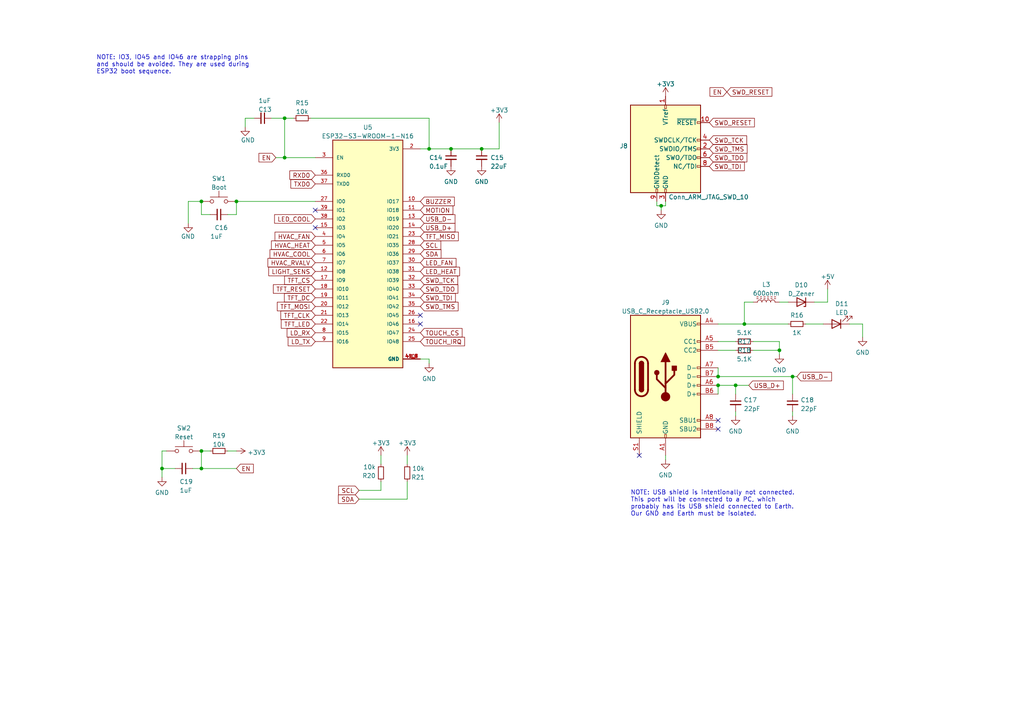
<source format=kicad_sch>
(kicad_sch (version 20211123) (generator eeschema)
  (paper "A4")
  (title_block (title "Smart Thermostat") (date "2023-06-22") (rev "0.5.1") (company "Steve Meisner") (comment 1 "steve@meisners.net") (comment 2 "(C) 2023 Steven Meisner "))
  (lib_symbols
    (symbol "+3V3_2" (power) (pin_names (offset 0))
      (property "Value" "+3V3_2" (at 0 3.556 0))
      (symbol "+3V3_2_0_1"
        (polyline (pts (xy -0.762 1.27) (xy 0 2.54)))
        (polyline (pts (xy 0 0) (xy 0 2.54)))
        (polyline (pts (xy 0 2.54) (xy 0.762 1.27)))
      )
      (symbol "+3V3_2_1_1"
        (pin power_in line (at 0 0 90) (length 0) hide (name "+3V3") (number "1"))
      )
    )
    (symbol "Connector:Conn_ARM_JTAG_SWD_10" (pin_names (offset 1.016))
      (property "Reference" "J" (at -2.54 16.51 0))
      (property "Value" "Conn_ARM_JTAG_SWD_10" (at -2.54 13.97 0))
      (symbol "Conn_ARM_JTAG_SWD_10_0_1"
        (rectangle (start -10.16 12.7) (end 10.16 -12.7) (stroke (width 0.254)) (fill (type background)))
        (rectangle (start -2.794 -12.7) (end -2.286 -11.684))
        (rectangle (start -0.254 -12.7) (end 0.254 -11.684))
        (rectangle (start -0.254 12.7) (end 0.254 11.684))
        (rectangle (start 9.144 2.286) (end 10.16 2.794))
        (rectangle (start 10.16 -2.794) (end 9.144 -2.286))
        (rectangle (start 10.16 -0.254) (end 9.144 0.254))
        (rectangle (start 10.16 7.874) (end 9.144 7.366))
      )
      (symbol "Conn_ARM_JTAG_SWD_10_1_1"
        (rectangle (start 9.144 -5.334) (end 10.16 -4.826))
        (pin power_in line (at 0 15.24 270) (length 2.54) (name "VTref") (number "1"))
        (pin open_collector line (at 12.7 7.62 180) (length 2.54) (name "~{RESET}") (number "10"))
        (pin bidirectional line (at 12.7 0 180) (length 2.54) (name "SWDIO/TMS") (number "2"))
        (pin power_in line (at 0 -15.24 90) (length 2.54) (name "GND") (number "3"))
        (pin output line (at 12.7 2.54 180) (length 2.54) (name "SWDCLK/TCK") (number "4"))
        (pin passive line (at 0 -15.24 90) (length 2.54) hide (name "GND") (number "5"))
        (pin input line (at 12.7 -2.54 180) (length 2.54) (name "SWO/TDO") (number "6"))
        (pin no_connect line (at -10.16 0 0) (length 2.54) hide (name "KEY") (number "7"))
        (pin output line (at 12.7 -5.08 180) (length 2.54) (name "NC/TDI") (number "8"))
        (pin passive line (at -2.54 -15.24 90) (length 2.54) (name "GNDDetect") (number "9"))
      )
    )
    (symbol "Connector:USB_C_Receptacle_USB2.0" (pin_names (offset 1.016))
      (property "Reference" "J" (at -10.16 19.05 0))
      (property "Value" "USB_C_Receptacle_USB2.0" (at 19.05 19.05 0))
      (symbol "USB_C_Receptacle_USB2.0_0_0"
        (rectangle (start -0.254 -17.78) (end 0.254 -16.764))
        (rectangle (start 10.16 -14.986) (end 9.144 -15.494))
        (rectangle (start 10.16 -12.446) (end 9.144 -12.954))
        (rectangle (start 10.16 -4.826) (end 9.144 -5.334))
        (rectangle (start 10.16 -2.286) (end 9.144 -2.794))
        (rectangle (start 10.16 0.254) (end 9.144 -0.254))
        (rectangle (start 10.16 2.794) (end 9.144 2.286))
        (rectangle (start 10.16 7.874) (end 9.144 7.366))
        (rectangle (start 10.16 10.414) (end 9.144 9.906))
        (rectangle (start 10.16 15.494) (end 9.144 14.986))
      )
      (symbol "USB_C_Receptacle_USB2.0_0_1"
        (rectangle (start -10.16 17.78) (end 10.16 -17.78) (stroke (width 0.254)) (fill (type background)))
        (arc (start -8.89 -3.81) (mid -6.985 -5.715) (end -5.08 -3.81) (stroke (width 0.508)))
        (arc (start -7.62 -3.81) (mid -6.985 -4.445) (end -6.35 -3.81) (stroke (width 0.254)))
        (arc (start -7.62 -3.81) (mid -6.985 -4.445) (end -6.35 -3.81) (stroke (width 0.254)) (fill (type outline)))
        (rectangle (start -7.62 -3.81) (end -6.35 3.81) (stroke (width 0.254)) (fill (type outline)))
        (arc (start -6.35 3.81) (mid -6.985 4.445) (end -7.62 3.81) (stroke (width 0.254)))
        (arc (start -6.35 3.81) (mid -6.985 4.445) (end -7.62 3.81) (stroke (width 0.254)) (fill (type outline)))
        (arc (start -5.08 3.81) (mid -6.985 5.715) (end -8.89 3.81) (stroke (width 0.508)))
        (circle (center -2.54 1.143) (radius 0.635) (stroke (width 0.254)) (fill (type outline)))
        (circle (center 0 -5.842) (radius 1.27) (fill (type outline)))
        (polyline (pts (xy -8.89 -3.81) (xy -8.89 3.81)) (stroke (width 0.508)))
        (polyline (pts (xy -5.08 3.81) (xy -5.08 -3.81)) (stroke (width 0.508)))
        (polyline (pts (xy 0 -5.842) (xy 0 4.318)) (stroke (width 0.508)))
        (polyline (pts (xy 0 -3.302) (xy -2.54 -0.762) (xy -2.54 0.508)) (stroke (width 0.508)))
        (polyline (pts (xy 0 -2.032) (xy 2.54 0.508) (xy 2.54 1.778)) (stroke (width 0.508)))
        (polyline (pts (xy -1.27 4.318) (xy 0 6.858) (xy 1.27 4.318) (xy -1.27 4.318)) (stroke (width 0.254)) (fill (type outline)))
        (rectangle (start 1.905 1.778) (end 3.175 3.048) (stroke (width 0.254)) (fill (type outline)))
      )
      (symbol "USB_C_Receptacle_USB2.0_1_1"
        (pin passive line (at 0 -22.86 90) (length 5.08) (name "GND") (number "A1"))
        (pin passive line (at 0 -22.86 90) (length 5.08) hide (name "GND") (number "A12"))
        (pin passive line (at 15.24 15.24 180) (length 5.08) (name "VBUS") (number "A4"))
        (pin bidirectional line (at 15.24 10.16 180) (length 5.08) (name "CC1") (number "A5"))
        (pin bidirectional line (at 15.24 -2.54 180) (length 5.08) (name "D+") (number "A6"))
        (pin bidirectional line (at 15.24 2.54 180) (length 5.08) (name "D-") (number "A7"))
        (pin bidirectional line (at 15.24 -12.7 180) (length 5.08) (name "SBU1") (number "A8"))
        (pin passive line (at 15.24 15.24 180) (length 5.08) hide (name "VBUS") (number "A9"))
        (pin passive line (at 0 -22.86 90) (length 5.08) hide (name "GND") (number "B1"))
        (pin passive line (at 0 -22.86 90) (length 5.08) hide (name "GND") (number "B12"))
        (pin passive line (at 15.24 15.24 180) (length 5.08) hide (name "VBUS") (number "B4"))
        (pin bidirectional line (at 15.24 7.62 180) (length 5.08) (name "CC2") (number "B5"))
        (pin bidirectional line (at 15.24 -5.08 180) (length 5.08) (name "D+") (number "B6"))
        (pin bidirectional line (at 15.24 0 180) (length 5.08) (name "D-") (number "B7"))
        (pin bidirectional line (at 15.24 -15.24 180) (length 5.08) (name "SBU2") (number "B8"))
        (pin passive line (at 15.24 15.24 180) (length 5.08) hide (name "VBUS") (number "B9"))
        (pin passive line (at -7.62 -22.86 90) (length 5.08) (name "SHIELD") (number "S1"))
      )
    )
    (symbol "Connector:USB_OTG" (pin_names (offset 1.016))
      (property "Reference" "J" (at -5.08 11.43 0))
      (property "Value" "USB_OTG" (at -5.08 8.89 0))
      (symbol "USB_OTG_0_1"
        (rectangle (start -5.08 -7.62) (end 5.08 7.62) (stroke (width 0.254)) (fill (type background)))
        (circle (center -3.81 2.159) (radius 0.635) (stroke (width 0.254)) (fill (type outline)))
        (circle (center -0.635 3.429) (radius 0.381) (stroke (width 0.254)) (fill (type outline)))
        (rectangle (start -0.127 -7.62) (end 0.127 -6.858))
        (polyline (pts (xy -1.905 2.159) (xy 0.635 2.159)) (stroke (width 0.254)))
        (polyline (pts (xy -3.175 2.159) (xy -2.54 2.159) (xy -1.27 3.429) (xy -0.635 3.429)) (stroke (width 0.254)))
        (polyline (pts (xy -2.54 2.159) (xy -1.905 2.159) (xy -1.27 0.889) (xy 0 0.889)) (stroke (width 0.254)))
        (polyline (pts (xy 0.635 2.794) (xy 0.635 1.524) (xy 1.905 2.159) (xy 0.635 2.794)) (stroke (width 0.254)) (fill (type outline)))
        (polyline (pts (xy -4.318 5.588) (xy -1.778 5.588) (xy -2.032 4.826) (xy -4.064 4.826) (xy -4.318 5.588)) (fill (type outline)))
        (polyline (pts (xy -4.699 5.842) (xy -4.699 5.588) (xy -4.445 4.826) (xy -4.445 4.572) (xy -1.651 4.572) (xy -1.651 4.826) (xy -1.397 5.588) (xy -1.397 5.842) (xy -4.699 5.842)))
        (rectangle (start 0.254 1.27) (end -0.508 0.508) (stroke (width 0.254)) (fill (type outline)))
        (rectangle (start 5.08 -5.207) (end 4.318 -4.953))
        (rectangle (start 5.08 -2.667) (end 4.318 -2.413))
        (rectangle (start 5.08 -0.127) (end 4.318 0.127))
        (rectangle (start 5.08 4.953) (end 4.318 5.207))
      )
      (symbol "USB_OTG_1_1"
        (pin passive line (at 7.62 5.08 180) (length 2.54) (name "VBUS") (number "1"))
        (pin bidirectional line (at 7.62 -2.54 180) (length 2.54) (name "D-") (number "2"))
        (pin bidirectional line (at 7.62 0 180) (length 2.54) (name "D+") (number "3"))
        (pin passive line (at 7.62 -5.08 180) (length 2.54) (name "ID") (number "4"))
        (pin passive line (at 0 -10.16 90) (length 2.54) (name "GND") (number "5"))
        (pin passive line (at -2.54 -10.16 90) (length 2.54) (name "Shield") (number "6"))
      )
    )
    (symbol "Custom Symbols:ESP32-S3-WROOM-1-N16R2" (pin_names (offset 1.016))
      (property "Reference" "U" (at -10.16 34.1122 0))
      (property "Value" "ESP32-S3-WROOM-1-N16R2" (at -10.16 -35.56 0))
      (symbol "ESP32-S3-WROOM-1-N16R2_0_0"
        (rectangle (start -10.16 -33.02) (end 10.16 33.02) (stroke (width 0.254)) (fill (type background)))
        (pin power_in line (at 15.24 -30.48 180) (length 5.08) (name "GND") (number "1"))
        (pin bidirectional line (at 15.24 15.24 180) (length 5.08) (name "IO17") (number "10"))
        (pin bidirectional line (at 15.24 12.7 180) (length 5.08) (name "IO18") (number "11"))
        (pin bidirectional line (at -15.24 -5.08 0) (length 5.08) (name "IO8") (number "12"))
        (pin bidirectional line (at 15.24 10.16 180) (length 5.08) (name "IO19") (number "13"))
        (pin bidirectional line (at 15.24 7.62 180) (length 5.08) (name "IO20") (number "14"))
        (pin bidirectional line (at -15.24 7.62 0) (length 5.08) (name "IO3") (number "15"))
        (pin bidirectional line (at 15.24 -20.32 180) (length 5.08) (name "IO46") (number "16"))
        (pin bidirectional line (at -15.24 -7.62 0) (length 5.08) (name "IO9") (number "17"))
        (pin bidirectional line (at -15.24 -10.16 0) (length 5.08) (name "IO10") (number "18"))
        (pin bidirectional line (at -15.24 -12.7 0) (length 5.08) (name "IO11") (number "19"))
        (pin power_in line (at 15.24 30.48 180) (length 5.08) (name "3V3") (number "2"))
        (pin bidirectional line (at -15.24 -15.24 0) (length 5.08) (name "IO12") (number "20"))
        (pin bidirectional line (at -15.24 -17.78 0) (length 5.08) (name "IO13") (number "21"))
        (pin bidirectional line (at -15.24 -20.32 0) (length 5.08) (name "IO14") (number "22"))
        (pin bidirectional line (at 15.24 5.08 180) (length 5.08) (name "IO21") (number "23"))
        (pin bidirectional line (at 15.24 -22.86 180) (length 5.08) (name "IO47") (number "24"))
        (pin bidirectional line (at 15.24 -25.4 180) (length 5.08) (name "IO48") (number "25"))
        (pin bidirectional line (at 15.24 -17.78 180) (length 5.08) (name "IO45") (number "26"))
        (pin bidirectional line (at -15.24 15.24 0) (length 5.08) (name "IO0") (number "27"))
        (pin bidirectional line (at 15.24 2.54 180) (length 5.08) (name "IO35") (number "28"))
        (pin bidirectional line (at 15.24 0 180) (length 5.08) (name "IO36") (number "29"))
        (pin input line (at -15.24 27.94 0) (length 5.08) (name "EN") (number "3"))
        (pin bidirectional line (at 15.24 -2.54 180) (length 5.08) (name "IO37") (number "30"))
        (pin bidirectional line (at 15.24 -5.08 180) (length 5.08) (name "IO38") (number "31"))
        (pin bidirectional line (at 15.24 -7.62 180) (length 5.08) (name "IO39") (number "32"))
        (pin bidirectional line (at 15.24 -10.16 180) (length 5.08) (name "IO40") (number "33"))
        (pin bidirectional line (at 15.24 -12.7 180) (length 5.08) (name "IO41") (number "34"))
        (pin bidirectional line (at 15.24 -15.24 180) (length 5.08) (name "IO42") (number "35"))
        (pin bidirectional line (at -15.24 22.86 0) (length 5.08) (name "RXD0") (number "36"))
        (pin bidirectional line (at -15.24 20.32 0) (length 5.08) (name "TXD0") (number "37"))
        (pin bidirectional line (at -15.24 10.16 0) (length 5.08) (name "IO2") (number "38"))
        (pin bidirectional line (at -15.24 12.7 0) (length 5.08) (name "IO1") (number "39"))
        (pin bidirectional line (at -15.24 5.08 0) (length 5.08) (name "IO4") (number "4"))
        (pin power_in line (at 15.24 -30.48 180) (length 5.08) (name "GND") (number "40"))
        (pin power_in line (at 15.24 -30.48 180) (length 5.08) (name "GND") (number "41_1"))
        (pin power_in line (at 15.24 -30.48 180) (length 5.08) (name "GND") (number "41_2"))
        (pin power_in line (at 15.24 -30.48 180) (length 5.08) (name "GND") (number "41_3"))
        (pin power_in line (at 15.24 -30.48 180) (length 5.08) (name "GND") (number "41_4"))
        (pin power_in line (at 15.24 -30.48 180) (length 5.08) (name "GND") (number "41_5"))
        (pin power_in line (at 15.24 -30.48 180) (length 5.08) (name "GND") (number "41_6"))
        (pin power_in line (at 15.24 -30.48 180) (length 5.08) (name "GND") (number "41_7"))
        (pin power_in line (at 15.24 -30.48 180) (length 5.08) (name "GND") (number "41_8"))
        (pin power_in line (at 15.24 -30.48 180) (length 5.08) (name "GND") (number "41_9"))
        (pin bidirectional line (at -15.24 2.54 0) (length 5.08) (name "IO5") (number "5"))
        (pin bidirectional line (at -15.24 0 0) (length 5.08) (name "IO6") (number "6"))
        (pin bidirectional line (at -15.24 -2.54 0) (length 5.08) (name "IO7") (number "7"))
        (pin bidirectional line (at -15.24 -22.86 0) (length 5.08) (name "IO15") (number "8"))
        (pin bidirectional line (at -15.24 -25.4 0) (length 5.08) (name "IO16") (number "9"))
      )
    )
    (symbol "Device:C_Small" (pin_numbers hide) (pin_names (offset 0.254) hide)
      (property "Reference" "C" (at 0.254 1.778 0))
      (property "Value" "C_Small" (at 0.254 -2.032 0))
      (symbol "C_Small_0_1"
        (polyline (pts (xy -1.524 -0.508) (xy 1.524 -0.508)) (stroke (width 0.3302)))
        (polyline (pts (xy -1.524 0.508) (xy 1.524 0.508)) (stroke (width 0.3048)))
      )
      (symbol "C_Small_1_1"
        (pin passive line (at 0 2.54 270) (length 2.032) (name "~") (number "1"))
        (pin passive line (at 0 -2.54 90) (length 2.032) (name "~") (number "2"))
      )
    )
    (symbol "Device:D_Zener" (pin_numbers hide) (pin_names (offset 1.016) hide)
      (property "Reference" "D" (at 0 2.54 0))
      (property "Value" "D_Zener" (at 0 -2.54 0))
      (symbol "D_Zener_0_1"
        (polyline (pts (xy 1.27 0) (xy -1.27 0)))
        (polyline (pts (xy -1.27 -1.27) (xy -1.27 1.27) (xy -0.762 1.27)) (stroke (width 0.254)))
        (polyline (pts (xy 1.27 -1.27) (xy 1.27 1.27) (xy -1.27 0) (xy 1.27 -1.27)) (stroke (width 0.254)))
      )
      (symbol "D_Zener_1_1"
        (pin passive line (at -3.81 0 0) (length 2.54) (name "K") (number "1"))
        (pin passive line (at 3.81 0 180) (length 2.54) (name "A") (number "2"))
      )
    )
    (symbol "Device:LED" (pin_numbers hide) (pin_names (offset 1.016) hide)
      (property "Reference" "D" (at 0 2.54 0))
      (property "Value" "LED" (at 0 -2.54 0))
      (symbol "LED_0_1"
        (polyline (pts (xy -1.27 -1.27) (xy -1.27 1.27)) (stroke (width 0.254)))
        (polyline (pts (xy -1.27 0) (xy 1.27 0)))
        (polyline (pts (xy 1.27 -1.27) (xy 1.27 1.27) (xy -1.27 0) (xy 1.27 -1.27)) (stroke (width 0.254)))
        (polyline (pts (xy -3.048 -0.762) (xy -4.572 -2.286) (xy -3.81 -2.286) (xy -4.572 -2.286) (xy -4.572 -1.524)))
        (polyline (pts (xy -1.778 -0.762) (xy -3.302 -2.286) (xy -2.54 -2.286) (xy -3.302 -2.286) (xy -3.302 -1.524)))
      )
      (symbol "LED_1_1"
        (pin passive line (at -3.81 0 0) (length 2.54) (name "K") (number "1"))
        (pin passive line (at 3.81 0 180) (length 2.54) (name "A") (number "2"))
      )
    )
    (symbol "Device:L_Ferrite" (pin_numbers hide) (pin_names (offset 1.016) hide)
      (property "Reference" "L" (at -1.27 0 90))
      (property "Value" "L_Ferrite" (at 2.794 0 90))
      (symbol "L_Ferrite_0_1"
        (arc (start 0 -2.54) (mid 0.635 -1.905) (end 0 -1.27))
        (arc (start 0 -1.27) (mid 0.635 -0.635) (end 0 0))
        (polyline (pts (xy 1.016 -2.794) (xy 1.016 -2.286)))
        (polyline (pts (xy 1.016 -1.778) (xy 1.016 -1.27)))
        (polyline (pts (xy 1.016 -0.762) (xy 1.016 -0.254)))
        (polyline (pts (xy 1.016 0.254) (xy 1.016 0.762)))
        (polyline (pts (xy 1.016 1.27) (xy 1.016 1.778)))
        (polyline (pts (xy 1.016 2.286) (xy 1.016 2.794)))
        (polyline (pts (xy 1.524 -2.286) (xy 1.524 -2.794)))
        (polyline (pts (xy 1.524 -1.27) (xy 1.524 -1.778)))
        (polyline (pts (xy 1.524 -0.254) (xy 1.524 -0.762)))
        (polyline (pts (xy 1.524 0.762) (xy 1.524 0.254)))
        (polyline (pts (xy 1.524 1.778) (xy 1.524 1.27)))
        (polyline (pts (xy 1.524 2.794) (xy 1.524 2.286)))
        (arc (start 0 0) (mid 0.635 0.635) (end 0 1.27))
        (arc (start 0 1.27) (mid 0.635 1.905) (end 0 2.54))
      )
      (symbol "L_Ferrite_1_1"
        (pin passive line (at 0 3.81 270) (length 1.27) (name "1") (number "1"))
        (pin passive line (at 0 -3.81 90) (length 1.27) (name "2") (number "2"))
      )
    )
    (symbol "Device:R_Small" (pin_numbers hide) (pin_names (offset 0.254) hide)
      (property "Reference" "R" (at 0.762 0.508 0))
      (property "Value" "R_Small" (at 0.762 -1.016 0))
      (symbol "R_Small_0_1"
        (rectangle (start -0.762 1.778) (end 0.762 -1.778) (stroke (width 0.2032)))
      )
      (symbol "R_Small_1_1"
        (pin passive line (at 0 2.54 270) (length 0.762) (name "~") (number "1"))
        (pin passive line (at 0 -2.54 90) (length 0.762) (name "~") (number "2"))
      )
    )
    (symbol "Switch:SW_Push" (pin_numbers hide) (pin_names (offset 1.016) hide)
      (property "Reference" "SW" (at 1.27 2.54 0))
      (property "Value" "SW_Push" (at 0 -1.524 0))
      (symbol "SW_Push_0_1"
        (circle (center -2.032 0) (radius 0.508))
        (polyline (pts (xy 0 1.27) (xy 0 3.048)))
        (polyline (pts (xy 2.54 1.27) (xy -2.54 1.27)))
        (circle (center 2.032 0) (radius 0.508))
        (pin passive line (at -5.08 0 0) (length 2.54) (name "1") (number "1"))
        (pin passive line (at 5.08 0 180) (length 2.54) (name "2") (number "2"))
      )
    )
    (symbol "power:+3V3" (power) (pin_names (offset 0))
      (property "Value" "+3V3" (at 0 3.556 0))
      (symbol "+3V3_0_1"
        (polyline (pts (xy -0.762 1.27) (xy 0 2.54)))
        (polyline (pts (xy 0 0) (xy 0 2.54)))
        (polyline (pts (xy 0 2.54) (xy 0.762 1.27)))
      )
      (symbol "+3V3_1_1"
        (pin power_in line (at 0 0 90) (length 0) hide (name "+3V3") (number "1"))
      )
    )
    (symbol "power:+5V" (power) (pin_names (offset 0))
      (property "Value" "+5V" (at 0 3.556 0))
      (symbol "+5V_0_1"
        (polyline (pts (xy -0.762 1.27) (xy 0 2.54)))
        (polyline (pts (xy 0 0) (xy 0 2.54)))
        (polyline (pts (xy 0 2.54) (xy 0.762 1.27)))
      )
      (symbol "+5V_1_1"
        (pin power_in line (at 0 0 90) (length 0) hide (name "+5V") (number "1"))
      )
    )
    (symbol "power:GND" (power) (pin_names (offset 0))
      (property "Value" "GND" (at 0 -3.81 0))
      (symbol "GND_0_1"
        (polyline (pts (xy 0 0) (xy 0 -1.27) (xy 1.27 -1.27) (xy 0 -2.54) (xy -1.27 -1.27) (xy 0 -1.27)))
      )
      (symbol "GND_1_1"
        (pin power_in line (at 0 0 270) (length 0) hide (name "GND") (number "1"))
      )
    )
  )
  (junction (at 82.55 34.29))
  (junction (at 208.28 111.76))
  (junction (at 215.9 93.98))
  (junction (at 46.99 135.89))
  (junction (at 130.81 43.18))
  (junction (at 226.06 101.6))
  (junction (at 124.46 43.18))
  (junction (at 349.25 19.05))
  (junction (at 58.42 130.81))
  (junction (at 229.87 109.22))
  (junction (at 82.55 45.72))
  (junction (at 58.42 135.89))
  (junction (at 213.36 111.76))
  (junction (at 58.42 58.42))
  (junction (at 330.2 21.59))
  (junction (at 68.58 58.42))
  (junction (at 323.85 13.97))
  (junction (at 208.28 109.22))
  (junction (at 139.7 43.18))
  (junction (at 191.77 59.69))
  (no_connect (at 208.28 121.92))
  (no_connect (at 121.92 93.98))
  (no_connect (at 320.04 24.13))
  (no_connect (at 91.44 66.04))
  (no_connect (at 91.44 60.96))
  (no_connect (at 309.88 29.21))
  (no_connect (at 208.28 124.46))
  (no_connect (at 185.42 132.08))
  (no_connect (at 121.92 91.44))
  (wire (pts (xy 347.98 7.62) (xy 347.98 3.81)))
  (wire (pts (xy 323.85 13.97) (xy 337.82 13.97)))
  (wire (pts (xy 215.9 87.63) (xy 215.9 93.98)))
  (wire (pts (xy 226.06 101.6) (xy 226.06 102.87)))
  (wire (pts (xy 190.5 59.69) (xy 191.77 59.69)))
  (wire (pts (xy 213.36 119.38) (xy 213.36 120.65)))
  (wire (pts (xy 349.25 19.05) (xy 350.52 19.05)))
  (wire (pts (xy 46.99 130.81) (xy 46.99 135.89)))
  (wire (pts (xy 215.9 93.98) (xy 228.6 93.98)))
  (wire (pts (xy 208.28 111.76) (xy 208.28 114.3)))
  (wire (pts (xy 215.9 87.63) (xy 218.44 87.63)))
  (wire (pts (xy 218.44 99.06) (xy 226.06 99.06)))
  (wire (pts (xy 342.9 13.97) (xy 347.98 13.97)))
  (wire (pts (xy 90.17 34.29) (xy 124.46 34.29)))
  (wire (pts (xy 233.68 93.98) (xy 238.76 93.98)))
  (wire (pts (xy 208.28 109.22) (xy 229.87 109.22)))
  (wire (pts (xy 312.42 29.21) (xy 312.42 30.48)))
  (wire (pts (xy 236.22 87.63) (xy 240.03 87.63)))
  (wire (pts (xy 355.6 13.97) (xy 365.76 13.97)))
  (wire (pts (xy 349.25 19.05) (xy 349.25 24.13)))
  (wire (pts (xy 246.38 93.98) (xy 250.19 93.98)))
  (wire (pts (xy 66.04 130.81) (xy 68.58 130.81)))
  (wire (pts (xy 191.77 59.69) (xy 193.04 59.69)))
  (wire (pts (xy 365.76 13.97) (xy 365.76 30.48)))
  (wire (pts (xy 110.49 132.08) (xy 110.49 134.62)))
  (wire (pts (xy 323.85 7.62) (xy 323.85 13.97)))
  (wire (pts (xy 208.28 101.6) (xy 213.36 101.6)))
  (wire (pts (xy 58.42 135.89) (xy 58.42 130.81)))
  (wire (pts (xy 78.74 34.29) (xy 82.55 34.29)))
  (wire (pts (xy 330.2 21.59) (xy 334.01 21.59)))
  (wire (pts (xy 91.44 45.72) (xy 82.55 45.72)))
  (wire (pts (xy 58.42 130.81) (xy 60.96 130.81)))
  (wire (pts (xy 320.04 13.97) (xy 323.85 13.97)))
  (wire (pts (xy 190.5 58.42) (xy 190.5 59.69)))
  (wire (pts (xy 208.28 111.76) (xy 213.36 111.76)))
  (wire (pts (xy 68.58 58.42) (xy 68.58 62.23)))
  (wire (pts (xy 323.85 7.62) (xy 326.39 7.62)))
  (wire (pts (xy 208.28 93.98) (xy 215.9 93.98)))
  (wire (pts (xy 193.04 59.69) (xy 193.04 58.42)))
  (wire (pts (xy 213.36 111.76) (xy 217.17 111.76)))
  (wire (pts (xy 344.17 7.62) (xy 347.98 7.62)))
  (wire (pts (xy 124.46 43.18) (xy 130.81 43.18)))
  (wire (pts (xy 191.77 59.69) (xy 191.77 60.96)))
  (wire (pts (xy 118.11 132.08) (xy 118.11 134.62)))
  (wire (pts (xy 48.26 130.81) (xy 46.99 130.81)))
  (wire (pts (xy 320.04 19.05) (xy 349.25 19.05)))
  (wire (pts (xy 110.49 142.24) (xy 104.14 142.24)))
  (wire (pts (xy 226.06 99.06) (xy 226.06 101.6)))
  (wire (pts (xy 213.36 111.76) (xy 213.36 114.3)))
  (wire (pts (xy 229.87 109.22) (xy 231.14 109.22)))
  (wire (pts (xy 68.58 62.23) (xy 66.04 62.23)))
  (wire (pts (xy 208.28 99.06) (xy 213.36 99.06)))
  (wire (pts (xy 226.06 87.63) (xy 228.6 87.63)))
  (wire (pts (xy 320.04 21.59) (xy 330.2 21.59)))
  (wire (pts (xy 240.03 87.63) (xy 240.03 83.82)))
  (wire (pts (xy 334.01 7.62) (xy 336.55 7.62)))
  (wire (pts (xy 118.11 144.78) (xy 104.14 144.78)))
  (wire (pts (xy 55.88 135.89) (xy 58.42 135.89)))
  (wire (pts (xy 58.42 62.23) (xy 58.42 58.42)))
  (wire (pts (xy 54.61 64.77) (xy 54.61 58.42)))
  (wire (pts (xy 124.46 34.29) (xy 124.46 43.18)))
  (wire (pts (xy 118.11 139.7) (xy 118.11 144.78)))
  (wire (pts (xy 82.55 34.29) (xy 82.55 45.72)))
  (wire (pts (xy 121.92 104.14) (xy 124.46 104.14)))
  (wire (pts (xy 330.2 21.59) (xy 330.2 24.13)))
  (wire (pts (xy 349.25 29.21) (xy 349.25 30.48)))
  (wire (pts (xy 124.46 43.18) (xy 121.92 43.18)))
  (wire (pts (xy 193.04 132.08) (xy 193.04 133.35)))
  (wire (pts (xy 124.46 104.14) (xy 124.46 105.41)))
  (wire (pts (xy 218.44 101.6) (xy 226.06 101.6)))
  (wire (pts (xy 130.81 43.18) (xy 139.7 43.18)))
  (wire (pts (xy 71.12 34.29) (xy 73.66 34.29)))
  (wire (pts (xy 46.99 138.43) (xy 46.99 135.89)))
  (wire (pts (xy 46.99 135.89) (xy 50.8 135.89)))
  (wire (pts (xy 68.58 58.42) (xy 91.44 58.42)))
  (wire (pts (xy 60.96 62.23) (xy 58.42 62.23)))
  (wire (pts (xy 71.12 36.83) (xy 71.12 34.29)))
  (wire (pts (xy 110.49 139.7) (xy 110.49 142.24)))
  (wire (pts (xy 229.87 109.22) (xy 229.87 114.3)))
  (wire (pts (xy 250.19 93.98) (xy 250.19 97.79)))
  (wire (pts (xy 54.61 58.42) (xy 58.42 58.42)))
  (wire (pts (xy 229.87 119.38) (xy 229.87 120.65)))
  (wire (pts (xy 144.78 35.56) (xy 144.78 43.18)))
  (wire (pts (xy 208.28 106.68) (xy 208.28 109.22)))
  (wire (pts (xy 80.01 45.72) (xy 82.55 45.72)))
  (wire (pts (xy 144.78 43.18) (xy 139.7 43.18)))
  (wire (pts (xy 58.42 135.89) (xy 68.58 135.89)))
  (wire (pts (xy 330.2 29.21) (xy 330.2 30.48)))
  (wire (pts (xy 85.09 34.29) (xy 82.55 34.29)))
  (text "NOTE: IO3, IO45 and IO46 are strapping pins\nand should be avoided. They are used during\nESP32 boot sequence." (at 27.94 21.59 0) (effects (font (size 1.27 1.27)) (justify left bottom)))
  (text "NOTE: USB shield is intentionally not connected.\nThis port will be connected to a PC, which\nprobably has its USB shield connected to Earth.\nOur GND and Earth must be isolated." (at 182.88 149.86 0) (effects (font (size 1.27 1.27)) (justify left bottom)))
  (global_label "SWD_RESET" (shape input) (at 210.82 26.67 0) (property "Intersheet References" "${INTERSHEET_REFS}" (effects hide)))
  (global_label "LD_RX" (shape input) (at 91.44 96.52 180) (property "Intersheet References" "${INTERSHEET_REFS}" (effects hide)))
  (global_label "SWD_TDO" (shape input) (at 121.92 83.82 0) (property "Intersheet References" "${INTERSHEET_REFS}" (effects hide)))
  (global_label "USB_D+" (shape input) (at 350.52 19.05 0) (property "Intersheet References" "${INTERSHEET_REFS}" (effects hide)))
  (global_label "SWD_TDI" (shape input) (at 205.74 48.26 0) (property "Intersheet References" "${INTERSHEET_REFS}" (effects hide)))
  (global_label "TFT_MOSI" (shape input) (at 91.44 88.9 180) (property "Intersheet References" "${INTERSHEET_REFS}" (effects hide)))
  (global_label "HVAC_HEAT" (shape input) (at 91.44 71.12 180) (property "Intersheet References" "${INTERSHEET_REFS}" (effects hide)))
  (global_label "EN" (shape input) (at 210.82 26.67 180) (property "Intersheet References" "${INTERSHEET_REFS}" (effects hide)))
  (global_label "LD_TX" (shape input) (at 91.44 99.06 180) (property "Intersheet References" "${INTERSHEET_REFS}" (effects hide)))
  (global_label "LED_COOL" (shape input) (at 91.44 63.5 180) (property "Intersheet References" "${INTERSHEET_REFS}" (effects hide)))
  (global_label "USB_D-" (shape input) (at 334.01 21.59 0) (property "Intersheet References" "${INTERSHEET_REFS}" (effects hide)))
  (global_label "SWD_RESET" (shape input) (at 205.74 35.56 0) (property "Intersheet References" "${INTERSHEET_REFS}" (effects hide)))
  (global_label "TXD0" (shape input) (at 91.44 53.34 180) (property "Intersheet References" "${INTERSHEET_REFS}" (effects hide)))
  (global_label "TFT_MISO" (shape input) (at 121.92 68.58 0) (property "Intersheet References" "${INTERSHEET_REFS}" (effects hide)))
  (global_label "TOUCH_IRQ" (shape input) (at 121.92 99.06 0) (property "Intersheet References" "${INTERSHEET_REFS}" (effects hide)))
  (global_label "HVAC_COOL" (shape input) (at 91.44 73.66 180) (property "Intersheet References" "${INTERSHEET_REFS}" (effects hide)))
  (global_label "SWD_TDO" (shape input) (at 205.74 45.72 0) (property "Intersheet References" "${INTERSHEET_REFS}" (effects hide)))
  (global_label "SCL" (shape input) (at 104.14 142.24 180) (property "Intersheet References" "${INTERSHEET_REFS}" (effects hide)))
  (global_label "TFT_LED" (shape input) (at 91.44 93.98 180) (property "Intersheet References" "${INTERSHEET_REFS}" (effects hide)))
  (global_label "LIGHT_SENS" (shape input) (at 91.44 78.74 180) (property "Intersheet References" "${INTERSHEET_REFS}" (effects hide)))
  (global_label "EN" (shape input) (at 68.58 135.89 0) (property "Intersheet References" "${INTERSHEET_REFS}" (effects hide)))
  (global_label "SWD_TCK" (shape input) (at 121.92 81.28 0) (property "Intersheet References" "${INTERSHEET_REFS}" (effects hide)))
  (global_label "RXD0" (shape input) (at 91.44 50.8 180) (property "Intersheet References" "${INTERSHEET_REFS}" (effects hide)))
  (global_label "HVAC_RVALV" (shape input) (at 91.44 76.2 180) (property "Intersheet References" "${INTERSHEET_REFS}" (effects hide)))
  (global_label "SDA" (shape input) (at 104.14 144.78 180) (property "Intersheet References" "${INTERSHEET_REFS}" (effects hide)))
  (global_label "TFT_CS" (shape input) (at 91.44 81.28 180) (property "Intersheet References" "${INTERSHEET_REFS}" (effects hide)))
  (global_label "LED_FAN" (shape input) (at 121.92 76.2 0) (property "Intersheet References" "${INTERSHEET_REFS}" (effects hide)))
  (global_label "TFT_CLK" (shape input) (at 91.44 91.44 180) (property "Intersheet References" "${INTERSHEET_REFS}" (effects hide)))
  (global_label "TFT_DC" (shape input) (at 91.44 86.36 180) (property "Intersheet References" "${INTERSHEET_REFS}" (effects hide)))
  (global_label "USB_D-" (shape input) (at 121.92 63.5 0) (property "Intersheet References" "${INTERSHEET_REFS}" (effects hide)))
  (global_label "LED_HEAT" (shape input) (at 121.92 78.74 0) (property "Intersheet References" "${INTERSHEET_REFS}" (effects hide)))
  (global_label "TOUCH_CS" (shape input) (at 121.92 96.52 0) (property "Intersheet References" "${INTERSHEET_REFS}" (effects hide)))
  (global_label "SWD_TDI" (shape input) (at 121.92 86.36 0) (property "Intersheet References" "${INTERSHEET_REFS}" (effects hide)))
  (global_label "USB_D+" (shape input) (at 217.17 111.76 0) (property "Intersheet References" "${INTERSHEET_REFS}" (effects hide)))
  (global_label "SWD_TCK" (shape input) (at 205.74 40.64 0) (property "Intersheet References" "${INTERSHEET_REFS}" (effects hide)))
  (global_label "SCL" (shape input) (at 121.92 71.12 0) (property "Intersheet References" "${INTERSHEET_REFS}" (effects hide)))
  (global_label "TFT_RESET" (shape input) (at 91.44 83.82 180) (property "Intersheet References" "${INTERSHEET_REFS}" (effects hide)))
  (global_label "MOTION" (shape input) (at 121.92 60.96 0) (property "Intersheet References" "${INTERSHEET_REFS}" (effects hide)))
  (global_label "SWD_TMS" (shape input) (at 205.74 43.18 0) (property "Intersheet References" "${INTERSHEET_REFS}" (effects hide)))
  (global_label "HVAC_FAN" (shape input) (at 91.44 68.58 180) (property "Intersheet References" "${INTERSHEET_REFS}" (effects hide)))
  (global_label "SWD_TMS" (shape input) (at 121.92 88.9 0) (property "Intersheet References" "${INTERSHEET_REFS}" (effects hide)))
  (global_label "USB_D-" (shape input) (at 231.14 109.22 0) (property "Intersheet References" "${INTERSHEET_REFS}" (effects hide)))
  (global_label "USB_D+" (shape input) (at 121.92 66.04 0) (property "Intersheet References" "${INTERSHEET_REFS}" (effects hide)))
  (global_label "SDA" (shape input) (at 121.92 73.66 0) (property "Intersheet References" "${INTERSHEET_REFS}" (effects hide)))
  (global_label "BUZZER" (shape input) (at 121.92 58.42 0) (property "Intersheet References" "${INTERSHEET_REFS}" (effects hide)))
  (global_label "EN" (shape input) (at 80.01 45.72 180) (property "Intersheet References" "${INTERSHEET_REFS}" (effects hide)))
  (symbol (lib_id "power:+3V3") (at 118.11 132.08 0) (unit 1)
    (property "Reference" "#PWR051" (effects hide))
    (property "Value" "+3V3" (at 118.11 128.5042 0))
  )
  (symbol (lib_id "Device:R_Small") (at 118.11 137.16 0) (unit 1)
    (property "Reference" "R21" (at 123.19 138.43 0) (effects (justify right)))
    (property "Value" "10k" (at 123.19 135.89 0) (effects (justify right)))
    (property "Footprint" "Resistor_SMD:R_0603_1608Metric" (effects hide))
    (property "LCSC" "C25804" (effects hide))
  )
  (symbol (lib_id "Device:D_Zener") (at 232.41 87.63 180) (unit 1)
    (property "Reference" "D10" (at 232.41 82.6602 0))
    (property "Value" "D_Zener" (at 232.41 85.1971 0))
    (property "Footprint" "Diode_SMD:D_SMA" (effects hide))
    (property "LCSC" "C2480" (effects hide))
  )
  (symbol (lib_id "power:GND") (at 213.36 120.65 0) (unit 1)
    (property "Reference" "#PWR047" (effects hide))
    (property "Value" "GND" (at 213.36 125.0934 0))
  )
  (symbol (lib_id "power:+3V3") (at 110.49 132.08 0) (unit 1)
    (property "Reference" "#PWR050" (effects hide))
    (property "Value" "+3V3" (at 110.49 128.5042 0))
  )
  (symbol (lib_id "Device:C_Small") (at 229.87 116.84 0) (unit 1)
    (property "Reference" "C18" (at 232.1941 116.0116 0) (effects (justify left)))
    (property "Value" "22pF" (at 232.1941 118.5485 0) (effects (justify left)))
    (property "Footprint" "Capacitor_SMD:C_0603_1608Metric" (effects hide))
    (property "LCSC" "C1653" (effects hide))
  )
  (symbol (lib_id "Device:C_Small") (at 76.2 34.29 270) (unit 1)
    (property "Reference" "C13" (at 74.93 31.75 90) (effects (justify left)))
    (property "Value" "1uF" (at 74.93 29.21 90) (effects (justify left)))
    (property "Footprint" "Capacitor_SMD:C_0603_1608Metric" (effects hide))
    (property "LCSC" "C5673" (effects hide))
  )
  (symbol (lib_id "Device:R_Small") (at 231.14 93.98 90) (unit 1)
    (property "Reference" "R16" (at 231.14 91.44 90))
    (property "Value" "1K" (at 231.14 96.52 90))
    (property "Footprint" "Resistor_SMD:R_0603_1608Metric" (effects hide))
    (property "LCSC" "C21190" (effects hide))
  )
  (symbol (lib_id "power:GND") (at 124.46 105.41 0) (unit 1)
    (property "Reference" "#PWR046" (effects hide))
    (property "Value" "GND" (at 124.46 109.8534 0))
  )
  (symbol (lib_id "Device:R_Small") (at 87.63 34.29 90) (unit 1)
    (property "Reference" "R15" (at 87.63 29.8536 90))
    (property "Value" "10k" (at 87.63 32.3905 90))
    (property "Footprint" "Resistor_SMD:R_0603_1608Metric" (effects hide))
    (property "LCSC" "C25804" (effects hide))
  )
  (symbol (lib_id "power:GND") (at 193.04 133.35 0) (unit 1)
    (property "Reference" "#PWR052" (effects hide))
    (property "Value" "GND" (at 193.04 137.7934 0))
  )
  (symbol (lib_id "Connector:USB_C_Receptacle_USB2.0") (at 193.04 109.22 0) (unit 1)
    (property "Reference" "J9" (at 193.04 87.7402 0))
    (property "Value" "USB_C_Receptacle_USB2.0" (at 193.04 90.2771 0))
    (property "Footprint" "Connector_USB:USB_C_Receptacle_G-Switch_GT-USB-7010ASV" (effects hide))
    (property "Datasheet" "https://www.usb.org/sites/default/files/documents/usb_type-c.zip" (effects hide))
    (property "LCSC" "C2988369" (effects hide))
  )
  (symbol (lib_id "Switch:SW_Push") (at 53.34 130.81 0) (unit 1)
    (property "Reference" "SW2" (at 53.34 124.1892 0))
    (property "Value" "Reset" (at 53.34 126.7261 0))
    (property "Footprint" "Button_Switch_SMD:SW_SPST_TL3305A" (effects hide))
    (property "LCSC" "C2886902" (effects hide))
  )
  (symbol (lib_id "Device:LED") (at 330.2 49.53 180) (unit 1) (in_bom no) (on_board no)
    (property "Reference" "D9" (at 331.7875 43.6712 0))
    (property "Value" "LED" (at 331.7875 46.2081 0))
    (property "Footprint" "LED_SMD:LED_0603_1608Metric" (effects hide))
    (property "LCSC" "C72044" (effects hide))
  )
  (symbol (lib_id "Device:LED") (at 351.79 13.97 180) (unit 1) (in_bom no) (on_board no)
    (property "Reference" "D8" (at 353.3775 8.1112 0))
    (property "Value" "LED" (at 353.3775 10.6481 0))
  )
  (symbol (lib_id "Device:LED") (at 242.57 93.98 180) (unit 1)
    (property "Reference" "D11" (at 244.1575 88.1212 0))
    (property "Value" "LED" (at 244.1575 90.6581 0))
    (property "Footprint" "LED_SMD:LED_0805_2012Metric" (effects hide))
    (property "LCSC" "C108412" (effects hide))
  )
  (symbol (lib_id "power:GND") (at 54.61 64.77 0) (unit 1)
    (property "Reference" "#PWR042" (effects hide))
    (property "Value" "GND" (at 52.47 68.58 0) (effects (justify left)))
  )
  (symbol (lib_id "power:+5V") (at 347.98 3.81 0) (unit 1)
    (property "Reference" "#PWR031" (effects hide))
    (property "Value" "+5V" (at 347.98 0.2342 0))
  )
  (symbol (lib_id "Device:C_Small") (at 349.25 26.67 0) (unit 1) (in_bom no) (on_board no)
    (property "Reference" "C12" (at 351.5741 25.8416 0) (effects (justify left)))
    (property "Value" "22pF" (at 351.5741 28.3785 0) (effects (justify left)))
  )
  (symbol (lib_id "Device:R_Small") (at 215.9 101.6 90) (unit 1)
    (property "Reference" "R18" (at 215.9 101.6 90))
    (property "Value" "5.1K" (at 215.9 104.14 90))
    (property "Footprint" "Resistor_SMD:R_0603_1608Metric" (effects hide))
    (property "LCSC" "C415076" (effects hide))
  )
  (symbol (lib_id "Device:C_Small") (at 130.81 45.72 0) (unit 1)
    (property "Reference" "C14" (at 124.46 45.72 0) (effects (justify left)))
    (property "Value" "0.1uF" (at 124.46 48.26 0) (effects (justify left)))
    (property "Footprint" "Capacitor_SMD:C_0603_1608Metric" (effects hide))
    (property "LCSC" "C14663" (effects hide))
  )
  (symbol (lib_id "power:GND") (at 191.77 60.96 0) (unit 1)
    (property "Reference" "#PWR041" (effects hide))
    (property "Value" "GND" (at 191.77 65.4034 0))
  )
  (symbol (lib_id "Connector:Conn_ARM_JTAG_SWD_10") (at 193.04 43.18 0) (unit 1)
    (property "Reference" "J8" (at 182.118 42.3453 0) (effects (justify right)))
    (property "Value" "Conn_ARM_JTAG_SWD_10" (at 217.17 57.15 0) (effects (justify right)))
    (property "Footprint" "Connector_PinHeader_1.27mm:PinHeader_2x05_P1.27mm_Vertical_SMD" (effects hide))
    (property "Datasheet" "http://infocenter.arm.com/help/topic/com.arm.doc.ddi0314h/DDI0314H_coresight_components_trm.pdf" (effects hide))
    (property "LCSC" "C2962219" (effects hide))
    (property "LCSC-2" "C2962222" (effects hide))
  )
  (symbol (lib_id "Device:L_Ferrite") (at 222.25 87.63 90) (unit 1)
    (property "Reference" "L3" (at 222.25 82.5332 90))
    (property "Value" "600ohm" (at 222.25 85.0701 90))
    (property "Footprint" "Inductor_SMD:L_1206_3216Metric" (effects hide))
    (property "LCSC" "C108305" (effects hide))
  )
  (symbol (lib_id "power:GND") (at 46.99 138.43 0) (unit 1)
    (property "Reference" "#PWR053" (effects hide))
    (property "Value" "GND" (at 46.99 142.8734 0))
  )
  (symbol (lib_id "Device:R_Small") (at 215.9 99.06 90) (unit 1)
    (property "Reference" "R17" (at 215.9 99.06 90))
    (property "Value" "5.1K" (at 215.9 96.52 90))
    (property "Footprint" "Resistor_SMD:R_0603_1608Metric" (effects hide))
    (property "LCSC" "C415076" (effects hide))
  )
  (symbol (lib_id "Device:C_Small") (at 53.34 135.89 270) (unit 1)
    (property "Reference" "C19" (at 52.07 139.7 90) (effects (justify left)))
    (property "Value" "1uF" (at 52.07 142.24 90) (effects (justify left)))
    (property "Footprint" "Capacitor_SMD:C_0603_1608Metric" (effects hide))
    (property "LCSC" "C5673" (effects hide))
  )
  (symbol (lib_id "power:GND") (at 130.81 48.26 0) (unit 1)
    (property "Reference" "#PWR039" (effects hide))
    (property "Value" "GND" (at 130.81 52.7034 0))
  )
  (symbol (lib_id "power:GND") (at 71.12 36.83 0) (unit 1)
    (property "Reference" "#PWR038" (effects hide))
    (property "Value" "GND" (at 69.85 40.64 0) (effects (justify left)))
  )
  (symbol (lib_id "power:GND") (at 312.42 30.48 0) (unit 1)
    (property "Reference" "#PWR033" (effects hide))
    (property "Value" "GND" (at 312.42 34.9234 0))
  )
  (symbol (lib_id "Device:R_Small") (at 63.5 130.81 90) (unit 1)
    (property "Reference" "R19" (at 63.5 126.3736 90))
    (property "Value" "10k" (at 63.5 128.9105 90))
    (property "Footprint" "Resistor_SMD:R_0603_1608Metric" (effects hide))
    (property "LCSC" "C25804" (effects hide))
  )
  (symbol (lib_id "Device:C_Small") (at 139.7 45.72 0) (unit 1)
    (property "Reference" "C15" (at 142.24 45.72 0) (effects (justify left)))
    (property "Value" "22uF" (at 142.24 48.26 0) (effects (justify left)))
    (property "Footprint" "Capacitor_SMD:C_0603_1608Metric" (effects hide))
    (property "LCSC" "C86295" (effects hide))
  )
  (symbol (lib_id "Device:C_Small") (at 330.2 26.67 0) (unit 1) (in_bom no) (on_board no)
    (property "Reference" "C11" (at 332.5241 25.8416 0) (effects (justify left)))
    (property "Value" "22pF" (at 332.5241 28.3785 0) (effects (justify left)))
  )
  (symbol (lib_id "Device:D_Zener") (at 340.36 7.62 180) (unit 1) (in_bom no) (on_board no)
    (property "Reference" "D7" (at 340.36 2.6502 0))
    (property "Value" "D_Zener" (at 340.36 5.1871 0))
  )
  (symbol (lib_id "power:+3V3") (at 193.04 27.94 0) (unit 1)
    (property "Reference" "#PWR032" (effects hide))
    (property "Value" "+3V3" (at 193.04 24.3642 0))
  )
  (symbol (lib_id "Device:C_Small") (at 213.36 116.84 0) (unit 1)
    (property "Reference" "C17" (at 215.6841 116.0116 0) (effects (justify left)))
    (property "Value" "22pF" (at 215.6841 118.5485 0) (effects (justify left)))
    (property "Footprint" "Capacitor_SMD:C_0603_1608Metric" (effects hide))
    (property "LCSC" "C1653" (effects hide))
  )
  (symbol (lib_id "power:GND") (at 365.76 30.48 0) (unit 1)
    (property "Reference" "#PWR036" (effects hide))
    (property "Value" "GND" (at 365.76 34.9234 0))
  )
  (symbol (lib_id "power:+5V") (at 240.03 83.82 0) (unit 1)
    (property "Reference" "#PWR043" (effects hide))
    (property "Value" "+5V" (at 240.03 80.2442 0))
  )
  (symbol (lib_id "Connector:USB_OTG") (at 312.42 19.05 0) (unit 1) (in_bom no) (on_board no)
    (property "Reference" "J7" (at 312.42 7.7302 0))
    (property "Value" "USB_OTG" (at 312.42 10.2671 0))
    (property "Datasheet" " ~" (effects hide))
  )
  (symbol (lib_id "power:GND") (at 330.2 30.48 0) (unit 1)
    (property "Reference" "#PWR034" (effects hide))
    (property "Value" "GND" (at 330.2 34.9234 0))
  )
  (symbol (lib_id "power:GND") (at 349.25 30.48 0) (unit 1)
    (property "Reference" "#PWR035" (effects hide))
    (property "Value" "GND" (at 349.25 34.9234 0))
  )
  (symbol (lib_id "Custom Symbols:ESP32-S3-WROOM-1-N16R2") (at 106.68 73.66 0) (unit 1)
    (property "Reference" "U5" (at 106.68 36.9402 0))
    (property "Value" "ESP32-S3-WROOM-1-N16" (at 106.68 39.4771 0))
    (property "Footprint" "XCVR_ESP32-S3-WROOM-1-N16R2" (effects hide))
    (property "PARTREV" "v1.0" (effects hide))
    (property "MANUFACTURER" "Espressif" (effects hide))
    (property "MAXIMUM_PACKAGE_HEIGHT" "3.25mm" (effects hide))
    (property "STANDARD" "Manufacturer Recommendations" (effects hide))
    (property "LCSC" "C2913199" (effects hide))
  )
  (symbol (lib_id "Device:C_Small") (at 63.5 62.23 270) (unit 1)
    (property "Reference" "C16" (at 62.23 66.04 90) (effects (justify left)))
    (property "Value" "1uF" (at 60.96 68.58 90) (effects (justify left)))
    (property "Footprint" "Capacitor_SMD:C_0603_1608Metric" (effects hide))
    (property "LCSC" "C5673" (effects hide))
  )
  (symbol (lib_id "Device:R_Small") (at 110.49 137.16 0) (unit 1)
    (property "Reference" "R20" (at 108.9914 137.9947 0) (effects (justify right)))
    (property "Value" "10k" (at 108.9914 135.4578 0) (effects (justify right)))
    (property "Footprint" "Resistor_SMD:R_0603_1608Metric" (effects hide))
    (property "LCSC" "C25804" (effects hide))
  )
  (symbol (lib_id "power:GND") (at 250.19 97.79 0) (unit 1)
    (property "Reference" "#PWR044" (effects hide))
    (property "Value" "GND" (at 250.19 102.2334 0))
  )
  (symbol (lib_name "+3V3_2") (lib_id "power:+3V3") (at 144.78 35.56 0) (unit 1)
    (property "Reference" "#PWR037" (effects hide))
    (property "Value" "+3V3" (at 144.78 31.9842 0))
  )
  (symbol (lib_id "power:GND") (at 139.7 48.26 0) (unit 1)
    (property "Reference" "#PWR040" (effects hide))
    (property "Value" "GND" (at 139.7 52.7034 0))
  )
  (symbol (lib_id "power:GND") (at 229.87 120.65 0) (unit 1)
    (property "Reference" "#PWR048" (effects hide))
    (property "Value" "GND" (at 229.87 125.0934 0))
  )
  (symbol (lib_id "power:+3V3") (at 68.58 130.81 270) (unit 1)
    (property "Reference" "#PWR049" (effects hide))
    (property "Value" "+3V3" (at 71.755 131.2438 90) (effects (justify left)))
  )
  (symbol (lib_id "Device:L_Ferrite") (at 330.2 7.62 90) (unit 1) (in_bom no) (on_board no)
    (property "Reference" "L2" (at 330.2 2.5232 90))
    (property "Value" "600ohm" (at 330.2 5.0601 90))
  )
  (symbol (lib_id "Device:R_Small") (at 340.36 13.97 90) (unit 1) (in_bom no) (on_board no)
    (property "Reference" "R14" (at 340.36 11.43 90))
    (property "Value" "1K" (at 340.36 16.51 90))
  )
  (symbol (lib_id "power:GND") (at 226.06 102.87 0) (unit 1)
    (property "Reference" "#PWR045" (effects hide))
    (property "Value" "GND" (at 226.06 107.3134 0))
  )
  (symbol (lib_id "Switch:SW_Push") (at 63.5 58.42 0) (unit 1)
    (property "Reference" "SW1" (at 63.5 51.7992 0))
    (property "Value" "Boot" (at 63.5 54.3361 0))
    (property "Footprint" "Button_Switch_SMD:SW_SPST_TL3305A" (effects hide))
    (property "LCSC" "C2886902" (effects hide))
  )
)
</source>
